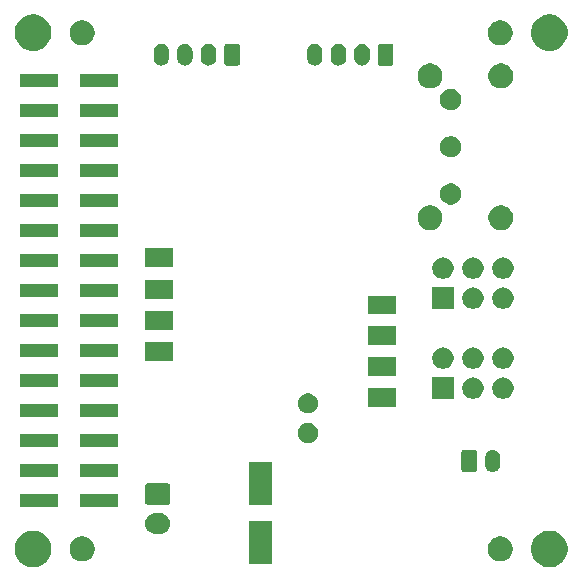
<source format=gbs>
G04 #@! TF.GenerationSoftware,KiCad,Pcbnew,(5.1.5)-3*
G04 #@! TF.CreationDate,2021-11-16T02:10:18+09:00*
G04 #@! TF.ProjectId,m5-pantilt,6d352d70-616e-4746-996c-742e6b696361,1*
G04 #@! TF.SameCoordinates,PX5f5e100PY5f5e100*
G04 #@! TF.FileFunction,Soldermask,Bot*
G04 #@! TF.FilePolarity,Negative*
%FSLAX46Y46*%
G04 Gerber Fmt 4.6, Leading zero omitted, Abs format (unit mm)*
G04 Created by KiCad (PCBNEW (5.1.5)-3) date 2021-11-16 02:10:18*
%MOMM*%
%LPD*%
G04 APERTURE LIST*
%ADD10C,0.152000*%
G04 APERTURE END LIST*
D10*
G36*
X47152585Y4671198D02*
G01*
X47302410Y4641396D01*
X47584674Y4524479D01*
X47838705Y4354741D01*
X48054741Y4138705D01*
X48224479Y3884674D01*
X48341396Y3602410D01*
X48401000Y3302760D01*
X48401000Y2997240D01*
X48341396Y2697590D01*
X48224479Y2415326D01*
X48054741Y2161295D01*
X47838705Y1945259D01*
X47584674Y1775521D01*
X47302410Y1658604D01*
X47152585Y1628802D01*
X47002761Y1599000D01*
X46697239Y1599000D01*
X46547415Y1628802D01*
X46397590Y1658604D01*
X46115326Y1775521D01*
X45861295Y1945259D01*
X45645259Y2161295D01*
X45475521Y2415326D01*
X45358604Y2697590D01*
X45299000Y2997240D01*
X45299000Y3302760D01*
X45358604Y3602410D01*
X45475521Y3884674D01*
X45645259Y4138705D01*
X45861295Y4354741D01*
X46115326Y4524479D01*
X46397590Y4641396D01*
X46547415Y4671198D01*
X46697239Y4701000D01*
X47002761Y4701000D01*
X47152585Y4671198D01*
G37*
G36*
X3452585Y4671198D02*
G01*
X3602410Y4641396D01*
X3884674Y4524479D01*
X4138705Y4354741D01*
X4354741Y4138705D01*
X4524479Y3884674D01*
X4641396Y3602410D01*
X4701000Y3302760D01*
X4701000Y2997240D01*
X4641396Y2697590D01*
X4524479Y2415326D01*
X4354741Y2161295D01*
X4138705Y1945259D01*
X3884674Y1775521D01*
X3602410Y1658604D01*
X3452585Y1628802D01*
X3302761Y1599000D01*
X2997239Y1599000D01*
X2847415Y1628802D01*
X2697590Y1658604D01*
X2415326Y1775521D01*
X2161295Y1945259D01*
X1945259Y2161295D01*
X1775521Y2415326D01*
X1658604Y2697590D01*
X1599000Y2997240D01*
X1599000Y3302760D01*
X1658604Y3602410D01*
X1775521Y3884674D01*
X1945259Y4138705D01*
X2161295Y4354741D01*
X2415326Y4524479D01*
X2697590Y4641396D01*
X2847415Y4671198D01*
X2997239Y4701000D01*
X3302761Y4701000D01*
X3452585Y4671198D01*
G37*
G36*
X23351000Y1899000D02*
G01*
X21449000Y1899000D01*
X21449000Y5501000D01*
X23351000Y5501000D01*
X23351000Y1899000D01*
G37*
G36*
X43006564Y4160611D02*
G01*
X43197833Y4081385D01*
X43197835Y4081384D01*
X43369973Y3966365D01*
X43516365Y3819973D01*
X43631385Y3647833D01*
X43710611Y3456564D01*
X43751000Y3253516D01*
X43751000Y3046484D01*
X43710611Y2843436D01*
X43650200Y2697591D01*
X43631384Y2652165D01*
X43516365Y2480027D01*
X43369973Y2333635D01*
X43197835Y2218616D01*
X43197834Y2218615D01*
X43197833Y2218615D01*
X43006564Y2139389D01*
X42803516Y2099000D01*
X42596484Y2099000D01*
X42393436Y2139389D01*
X42202167Y2218615D01*
X42202166Y2218615D01*
X42202165Y2218616D01*
X42030027Y2333635D01*
X41883635Y2480027D01*
X41768616Y2652165D01*
X41749800Y2697591D01*
X41689389Y2843436D01*
X41649000Y3046484D01*
X41649000Y3253516D01*
X41689389Y3456564D01*
X41768615Y3647833D01*
X41883635Y3819973D01*
X42030027Y3966365D01*
X42202165Y4081384D01*
X42202167Y4081385D01*
X42393436Y4160611D01*
X42596484Y4201000D01*
X42803516Y4201000D01*
X43006564Y4160611D01*
G37*
G36*
X7606564Y4160611D02*
G01*
X7797833Y4081385D01*
X7797835Y4081384D01*
X7969973Y3966365D01*
X8116365Y3819973D01*
X8231385Y3647833D01*
X8310611Y3456564D01*
X8351000Y3253516D01*
X8351000Y3046484D01*
X8310611Y2843436D01*
X8250200Y2697591D01*
X8231384Y2652165D01*
X8116365Y2480027D01*
X7969973Y2333635D01*
X7797835Y2218616D01*
X7797834Y2218615D01*
X7797833Y2218615D01*
X7606564Y2139389D01*
X7403516Y2099000D01*
X7196484Y2099000D01*
X6993436Y2139389D01*
X6802167Y2218615D01*
X6802166Y2218615D01*
X6802165Y2218616D01*
X6630027Y2333635D01*
X6483635Y2480027D01*
X6368616Y2652165D01*
X6349800Y2697591D01*
X6289389Y2843436D01*
X6249000Y3046484D01*
X6249000Y3253516D01*
X6289389Y3456564D01*
X6368615Y3647833D01*
X6483635Y3819973D01*
X6630027Y3966365D01*
X6802165Y4081384D01*
X6802167Y4081385D01*
X6993436Y4160611D01*
X7196484Y4201000D01*
X7403516Y4201000D01*
X7606564Y4160611D01*
G37*
G36*
X13960443Y6194481D02*
G01*
X14026627Y6187963D01*
X14196466Y6136443D01*
X14352991Y6052778D01*
X14388729Y6023448D01*
X14490186Y5940186D01*
X14573448Y5838729D01*
X14602778Y5802991D01*
X14686443Y5646466D01*
X14737963Y5476627D01*
X14755359Y5300000D01*
X14737963Y5123373D01*
X14686443Y4953534D01*
X14602778Y4797009D01*
X14573448Y4761271D01*
X14490186Y4659814D01*
X14388729Y4576552D01*
X14352991Y4547222D01*
X14196466Y4463557D01*
X14026627Y4412037D01*
X13960442Y4405518D01*
X13894260Y4399000D01*
X13505740Y4399000D01*
X13439558Y4405518D01*
X13373373Y4412037D01*
X13203534Y4463557D01*
X13047009Y4547222D01*
X13011271Y4576552D01*
X12909814Y4659814D01*
X12826552Y4761271D01*
X12797222Y4797009D01*
X12713557Y4953534D01*
X12662037Y5123373D01*
X12644641Y5300000D01*
X12662037Y5476627D01*
X12713557Y5646466D01*
X12797222Y5802991D01*
X12826552Y5838729D01*
X12909814Y5940186D01*
X13011271Y6023448D01*
X13047009Y6052778D01*
X13203534Y6136443D01*
X13373373Y6187963D01*
X13439557Y6194481D01*
X13505740Y6201000D01*
X13894260Y6201000D01*
X13960443Y6194481D01*
G37*
G36*
X10351000Y6669000D02*
G01*
X7099000Y6669000D01*
X7099000Y7771000D01*
X10351000Y7771000D01*
X10351000Y6669000D01*
G37*
G36*
X5301000Y6669000D02*
G01*
X2049000Y6669000D01*
X2049000Y7771000D01*
X5301000Y7771000D01*
X5301000Y6669000D01*
G37*
G36*
X14608600Y8697011D02*
G01*
X14641652Y8686985D01*
X14672103Y8670708D01*
X14698799Y8648799D01*
X14720708Y8622103D01*
X14736985Y8591652D01*
X14747011Y8558600D01*
X14751000Y8518097D01*
X14751000Y7081903D01*
X14747011Y7041400D01*
X14736985Y7008348D01*
X14720708Y6977897D01*
X14698799Y6951201D01*
X14672103Y6929292D01*
X14641652Y6913015D01*
X14608600Y6902989D01*
X14568097Y6899000D01*
X12831903Y6899000D01*
X12791400Y6902989D01*
X12758348Y6913015D01*
X12727897Y6929292D01*
X12701201Y6951201D01*
X12679292Y6977897D01*
X12663015Y7008348D01*
X12652989Y7041400D01*
X12649000Y7081903D01*
X12649000Y8518097D01*
X12652989Y8558600D01*
X12663015Y8591652D01*
X12679292Y8622103D01*
X12701201Y8648799D01*
X12727897Y8670708D01*
X12758348Y8686985D01*
X12791400Y8697011D01*
X12831903Y8701000D01*
X14568097Y8701000D01*
X14608600Y8697011D01*
G37*
G36*
X23351000Y6899000D02*
G01*
X21449000Y6899000D01*
X21449000Y10501000D01*
X23351000Y10501000D01*
X23351000Y6899000D01*
G37*
G36*
X10351000Y9209000D02*
G01*
X7099000Y9209000D01*
X7099000Y10311000D01*
X10351000Y10311000D01*
X10351000Y9209000D01*
G37*
G36*
X5301000Y9209000D02*
G01*
X2049000Y9209000D01*
X2049000Y10311000D01*
X5301000Y10311000D01*
X5301000Y9209000D01*
G37*
G36*
X42187617Y11516580D02*
G01*
X42268399Y11492075D01*
X42310335Y11479354D01*
X42423424Y11418906D01*
X42522554Y11337553D01*
X42603906Y11238425D01*
X42664354Y11125336D01*
X42674040Y11093404D01*
X42701580Y11002618D01*
X42711000Y10906973D01*
X42711000Y10293027D01*
X42701580Y10197382D01*
X42674040Y10106596D01*
X42664354Y10074664D01*
X42603906Y9961575D01*
X42522554Y9862446D01*
X42423425Y9781094D01*
X42310336Y9720646D01*
X42278404Y9710960D01*
X42187618Y9683420D01*
X42060000Y9670851D01*
X41932383Y9683420D01*
X41841597Y9710960D01*
X41809665Y9720646D01*
X41696576Y9781094D01*
X41597447Y9862446D01*
X41516096Y9961573D01*
X41516095Y9961575D01*
X41455647Y10074664D01*
X41455645Y10074667D01*
X41443237Y10115573D01*
X41418420Y10197382D01*
X41409000Y10293027D01*
X41409000Y10906972D01*
X41418420Y11002617D01*
X41455645Y11125331D01*
X41455646Y11125335D01*
X41516094Y11238424D01*
X41597447Y11337554D01*
X41696575Y11418906D01*
X41809664Y11479354D01*
X41851600Y11492075D01*
X41932382Y11516580D01*
X42060000Y11529149D01*
X42187617Y11516580D01*
G37*
G36*
X40551242Y11521596D02*
G01*
X40588337Y11510343D01*
X40622515Y11492075D01*
X40652481Y11467481D01*
X40677075Y11437515D01*
X40695343Y11403337D01*
X40706596Y11366242D01*
X40711000Y11321526D01*
X40711000Y9878474D01*
X40706596Y9833758D01*
X40695343Y9796663D01*
X40677075Y9762485D01*
X40652481Y9732519D01*
X40622515Y9707925D01*
X40588337Y9689657D01*
X40551242Y9678404D01*
X40506526Y9674000D01*
X39613474Y9674000D01*
X39568758Y9678404D01*
X39531663Y9689657D01*
X39497485Y9707925D01*
X39467519Y9732519D01*
X39442925Y9762485D01*
X39424657Y9796663D01*
X39413404Y9833758D01*
X39409000Y9878474D01*
X39409000Y11321526D01*
X39413404Y11366242D01*
X39424657Y11403337D01*
X39442925Y11437515D01*
X39467519Y11467481D01*
X39497485Y11492075D01*
X39531663Y11510343D01*
X39568758Y11521596D01*
X39613474Y11526000D01*
X40506526Y11526000D01*
X40551242Y11521596D01*
G37*
G36*
X10351000Y11749000D02*
G01*
X7099000Y11749000D01*
X7099000Y12851000D01*
X10351000Y12851000D01*
X10351000Y11749000D01*
G37*
G36*
X5301000Y11749000D02*
G01*
X2049000Y11749000D01*
X2049000Y12851000D01*
X5301000Y12851000D01*
X5301000Y11749000D01*
G37*
G36*
X26664228Y13786897D02*
G01*
X26819100Y13722747D01*
X26958481Y13629615D01*
X27077015Y13511081D01*
X27170147Y13371700D01*
X27234297Y13216828D01*
X27267000Y13052416D01*
X27267000Y12884784D01*
X27234297Y12720372D01*
X27170147Y12565500D01*
X27077015Y12426119D01*
X26958481Y12307585D01*
X26819100Y12214453D01*
X26664228Y12150303D01*
X26499816Y12117600D01*
X26332184Y12117600D01*
X26167772Y12150303D01*
X26012900Y12214453D01*
X25873519Y12307585D01*
X25754985Y12426119D01*
X25661853Y12565500D01*
X25597703Y12720372D01*
X25565000Y12884784D01*
X25565000Y13052416D01*
X25597703Y13216828D01*
X25661853Y13371700D01*
X25754985Y13511081D01*
X25873519Y13629615D01*
X26012900Y13722747D01*
X26167772Y13786897D01*
X26332184Y13819600D01*
X26499816Y13819600D01*
X26664228Y13786897D01*
G37*
G36*
X5301000Y14289000D02*
G01*
X2049000Y14289000D01*
X2049000Y15391000D01*
X5301000Y15391000D01*
X5301000Y14289000D01*
G37*
G36*
X10351000Y14289000D02*
G01*
X7099000Y14289000D01*
X7099000Y15391000D01*
X10351000Y15391000D01*
X10351000Y14289000D01*
G37*
G36*
X26664228Y16286897D02*
G01*
X26819100Y16222747D01*
X26958481Y16129615D01*
X27077015Y16011081D01*
X27170147Y15871700D01*
X27234297Y15716828D01*
X27267000Y15552416D01*
X27267000Y15384784D01*
X27234297Y15220372D01*
X27170147Y15065500D01*
X27077015Y14926119D01*
X26958481Y14807585D01*
X26819100Y14714453D01*
X26664228Y14650303D01*
X26499816Y14617600D01*
X26332184Y14617600D01*
X26167772Y14650303D01*
X26012900Y14714453D01*
X25873519Y14807585D01*
X25754985Y14926119D01*
X25661853Y15065500D01*
X25597703Y15220372D01*
X25565000Y15384784D01*
X25565000Y15552416D01*
X25597703Y15716828D01*
X25661853Y15871700D01*
X25754985Y16011081D01*
X25873519Y16129615D01*
X26012900Y16222747D01*
X26167772Y16286897D01*
X26332184Y16319600D01*
X26499816Y16319600D01*
X26664228Y16286897D01*
G37*
G36*
X33901000Y15199000D02*
G01*
X31499000Y15199000D01*
X31499000Y16801000D01*
X33901000Y16801000D01*
X33901000Y15199000D01*
G37*
G36*
X38747000Y15863000D02*
G01*
X36945000Y15863000D01*
X36945000Y17665000D01*
X38747000Y17665000D01*
X38747000Y15863000D01*
G37*
G36*
X40499512Y17660073D02*
G01*
X40648812Y17630376D01*
X40812784Y17562456D01*
X40960354Y17463853D01*
X41085853Y17338354D01*
X41184456Y17190784D01*
X41252376Y17026812D01*
X41287000Y16852741D01*
X41287000Y16675259D01*
X41252376Y16501188D01*
X41184456Y16337216D01*
X41085853Y16189646D01*
X40960354Y16064147D01*
X40812784Y15965544D01*
X40648812Y15897624D01*
X40499512Y15867927D01*
X40474742Y15863000D01*
X40297258Y15863000D01*
X40272488Y15867927D01*
X40123188Y15897624D01*
X39959216Y15965544D01*
X39811646Y16064147D01*
X39686147Y16189646D01*
X39587544Y16337216D01*
X39519624Y16501188D01*
X39485000Y16675259D01*
X39485000Y16852741D01*
X39519624Y17026812D01*
X39587544Y17190784D01*
X39686147Y17338354D01*
X39811646Y17463853D01*
X39959216Y17562456D01*
X40123188Y17630376D01*
X40272488Y17660073D01*
X40297258Y17665000D01*
X40474742Y17665000D01*
X40499512Y17660073D01*
G37*
G36*
X43039512Y17660073D02*
G01*
X43188812Y17630376D01*
X43352784Y17562456D01*
X43500354Y17463853D01*
X43625853Y17338354D01*
X43724456Y17190784D01*
X43792376Y17026812D01*
X43827000Y16852741D01*
X43827000Y16675259D01*
X43792376Y16501188D01*
X43724456Y16337216D01*
X43625853Y16189646D01*
X43500354Y16064147D01*
X43352784Y15965544D01*
X43188812Y15897624D01*
X43039512Y15867927D01*
X43014742Y15863000D01*
X42837258Y15863000D01*
X42812488Y15867927D01*
X42663188Y15897624D01*
X42499216Y15965544D01*
X42351646Y16064147D01*
X42226147Y16189646D01*
X42127544Y16337216D01*
X42059624Y16501188D01*
X42025000Y16675259D01*
X42025000Y16852741D01*
X42059624Y17026812D01*
X42127544Y17190784D01*
X42226147Y17338354D01*
X42351646Y17463853D01*
X42499216Y17562456D01*
X42663188Y17630376D01*
X42812488Y17660073D01*
X42837258Y17665000D01*
X43014742Y17665000D01*
X43039512Y17660073D01*
G37*
G36*
X10351000Y16829000D02*
G01*
X7099000Y16829000D01*
X7099000Y17931000D01*
X10351000Y17931000D01*
X10351000Y16829000D01*
G37*
G36*
X5301000Y16829000D02*
G01*
X2049000Y16829000D01*
X2049000Y17931000D01*
X5301000Y17931000D01*
X5301000Y16829000D01*
G37*
G36*
X33901000Y17799000D02*
G01*
X31499000Y17799000D01*
X31499000Y19401000D01*
X33901000Y19401000D01*
X33901000Y17799000D01*
G37*
G36*
X43039512Y20200073D02*
G01*
X43188812Y20170376D01*
X43352784Y20102456D01*
X43500354Y20003853D01*
X43625853Y19878354D01*
X43724456Y19730784D01*
X43792376Y19566812D01*
X43827000Y19392741D01*
X43827000Y19215259D01*
X43792376Y19041188D01*
X43724456Y18877216D01*
X43625853Y18729646D01*
X43500354Y18604147D01*
X43352784Y18505544D01*
X43188812Y18437624D01*
X43039512Y18407927D01*
X43014742Y18403000D01*
X42837258Y18403000D01*
X42812488Y18407927D01*
X42663188Y18437624D01*
X42499216Y18505544D01*
X42351646Y18604147D01*
X42226147Y18729646D01*
X42127544Y18877216D01*
X42059624Y19041188D01*
X42025000Y19215259D01*
X42025000Y19392741D01*
X42059624Y19566812D01*
X42127544Y19730784D01*
X42226147Y19878354D01*
X42351646Y20003853D01*
X42499216Y20102456D01*
X42663188Y20170376D01*
X42812488Y20200073D01*
X42837258Y20205000D01*
X43014742Y20205000D01*
X43039512Y20200073D01*
G37*
G36*
X37959512Y20200073D02*
G01*
X38108812Y20170376D01*
X38272784Y20102456D01*
X38420354Y20003853D01*
X38545853Y19878354D01*
X38644456Y19730784D01*
X38712376Y19566812D01*
X38747000Y19392741D01*
X38747000Y19215259D01*
X38712376Y19041188D01*
X38644456Y18877216D01*
X38545853Y18729646D01*
X38420354Y18604147D01*
X38272784Y18505544D01*
X38108812Y18437624D01*
X37959512Y18407927D01*
X37934742Y18403000D01*
X37757258Y18403000D01*
X37732488Y18407927D01*
X37583188Y18437624D01*
X37419216Y18505544D01*
X37271646Y18604147D01*
X37146147Y18729646D01*
X37047544Y18877216D01*
X36979624Y19041188D01*
X36945000Y19215259D01*
X36945000Y19392741D01*
X36979624Y19566812D01*
X37047544Y19730784D01*
X37146147Y19878354D01*
X37271646Y20003853D01*
X37419216Y20102456D01*
X37583188Y20170376D01*
X37732488Y20200073D01*
X37757258Y20205000D01*
X37934742Y20205000D01*
X37959512Y20200073D01*
G37*
G36*
X40499512Y20200073D02*
G01*
X40648812Y20170376D01*
X40812784Y20102456D01*
X40960354Y20003853D01*
X41085853Y19878354D01*
X41184456Y19730784D01*
X41252376Y19566812D01*
X41287000Y19392741D01*
X41287000Y19215259D01*
X41252376Y19041188D01*
X41184456Y18877216D01*
X41085853Y18729646D01*
X40960354Y18604147D01*
X40812784Y18505544D01*
X40648812Y18437624D01*
X40499512Y18407927D01*
X40474742Y18403000D01*
X40297258Y18403000D01*
X40272488Y18407927D01*
X40123188Y18437624D01*
X39959216Y18505544D01*
X39811646Y18604147D01*
X39686147Y18729646D01*
X39587544Y18877216D01*
X39519624Y19041188D01*
X39485000Y19215259D01*
X39485000Y19392741D01*
X39519624Y19566812D01*
X39587544Y19730784D01*
X39686147Y19878354D01*
X39811646Y20003853D01*
X39959216Y20102456D01*
X40123188Y20170376D01*
X40272488Y20200073D01*
X40297258Y20205000D01*
X40474742Y20205000D01*
X40499512Y20200073D01*
G37*
G36*
X15001000Y19099000D02*
G01*
X12599000Y19099000D01*
X12599000Y20701000D01*
X15001000Y20701000D01*
X15001000Y19099000D01*
G37*
G36*
X10351000Y19369000D02*
G01*
X7099000Y19369000D01*
X7099000Y20471000D01*
X10351000Y20471000D01*
X10351000Y19369000D01*
G37*
G36*
X5301000Y19369000D02*
G01*
X2049000Y19369000D01*
X2049000Y20471000D01*
X5301000Y20471000D01*
X5301000Y19369000D01*
G37*
G36*
X33901000Y20399000D02*
G01*
X31499000Y20399000D01*
X31499000Y22001000D01*
X33901000Y22001000D01*
X33901000Y20399000D01*
G37*
G36*
X15001000Y21699000D02*
G01*
X12599000Y21699000D01*
X12599000Y23301000D01*
X15001000Y23301000D01*
X15001000Y21699000D01*
G37*
G36*
X5301000Y21909000D02*
G01*
X2049000Y21909000D01*
X2049000Y23011000D01*
X5301000Y23011000D01*
X5301000Y21909000D01*
G37*
G36*
X10351000Y21909000D02*
G01*
X7099000Y21909000D01*
X7099000Y23011000D01*
X10351000Y23011000D01*
X10351000Y21909000D01*
G37*
G36*
X33901000Y22999000D02*
G01*
X31499000Y22999000D01*
X31499000Y24601000D01*
X33901000Y24601000D01*
X33901000Y22999000D01*
G37*
G36*
X43039512Y25280073D02*
G01*
X43188812Y25250376D01*
X43352784Y25182456D01*
X43500354Y25083853D01*
X43625853Y24958354D01*
X43724456Y24810784D01*
X43792376Y24646812D01*
X43827000Y24472741D01*
X43827000Y24295259D01*
X43792376Y24121188D01*
X43724456Y23957216D01*
X43625853Y23809646D01*
X43500354Y23684147D01*
X43352784Y23585544D01*
X43188812Y23517624D01*
X43039512Y23487927D01*
X43014742Y23483000D01*
X42837258Y23483000D01*
X42812488Y23487927D01*
X42663188Y23517624D01*
X42499216Y23585544D01*
X42351646Y23684147D01*
X42226147Y23809646D01*
X42127544Y23957216D01*
X42059624Y24121188D01*
X42025000Y24295259D01*
X42025000Y24472741D01*
X42059624Y24646812D01*
X42127544Y24810784D01*
X42226147Y24958354D01*
X42351646Y25083853D01*
X42499216Y25182456D01*
X42663188Y25250376D01*
X42812488Y25280073D01*
X42837258Y25285000D01*
X43014742Y25285000D01*
X43039512Y25280073D01*
G37*
G36*
X40499512Y25280073D02*
G01*
X40648812Y25250376D01*
X40812784Y25182456D01*
X40960354Y25083853D01*
X41085853Y24958354D01*
X41184456Y24810784D01*
X41252376Y24646812D01*
X41287000Y24472741D01*
X41287000Y24295259D01*
X41252376Y24121188D01*
X41184456Y23957216D01*
X41085853Y23809646D01*
X40960354Y23684147D01*
X40812784Y23585544D01*
X40648812Y23517624D01*
X40499512Y23487927D01*
X40474742Y23483000D01*
X40297258Y23483000D01*
X40272488Y23487927D01*
X40123188Y23517624D01*
X39959216Y23585544D01*
X39811646Y23684147D01*
X39686147Y23809646D01*
X39587544Y23957216D01*
X39519624Y24121188D01*
X39485000Y24295259D01*
X39485000Y24472741D01*
X39519624Y24646812D01*
X39587544Y24810784D01*
X39686147Y24958354D01*
X39811646Y25083853D01*
X39959216Y25182456D01*
X40123188Y25250376D01*
X40272488Y25280073D01*
X40297258Y25285000D01*
X40474742Y25285000D01*
X40499512Y25280073D01*
G37*
G36*
X38747000Y23483000D02*
G01*
X36945000Y23483000D01*
X36945000Y25285000D01*
X38747000Y25285000D01*
X38747000Y23483000D01*
G37*
G36*
X15001000Y24299000D02*
G01*
X12599000Y24299000D01*
X12599000Y25901000D01*
X15001000Y25901000D01*
X15001000Y24299000D01*
G37*
G36*
X10351000Y24449000D02*
G01*
X7099000Y24449000D01*
X7099000Y25551000D01*
X10351000Y25551000D01*
X10351000Y24449000D01*
G37*
G36*
X5301000Y24449000D02*
G01*
X2049000Y24449000D01*
X2049000Y25551000D01*
X5301000Y25551000D01*
X5301000Y24449000D01*
G37*
G36*
X37959512Y27820073D02*
G01*
X38108812Y27790376D01*
X38272784Y27722456D01*
X38420354Y27623853D01*
X38545853Y27498354D01*
X38644456Y27350784D01*
X38712376Y27186812D01*
X38747000Y27012741D01*
X38747000Y26835259D01*
X38712376Y26661188D01*
X38644456Y26497216D01*
X38545853Y26349646D01*
X38420354Y26224147D01*
X38272784Y26125544D01*
X38108812Y26057624D01*
X37959512Y26027927D01*
X37934742Y26023000D01*
X37757258Y26023000D01*
X37732488Y26027927D01*
X37583188Y26057624D01*
X37419216Y26125544D01*
X37271646Y26224147D01*
X37146147Y26349646D01*
X37047544Y26497216D01*
X36979624Y26661188D01*
X36945000Y26835259D01*
X36945000Y27012741D01*
X36979624Y27186812D01*
X37047544Y27350784D01*
X37146147Y27498354D01*
X37271646Y27623853D01*
X37419216Y27722456D01*
X37583188Y27790376D01*
X37732488Y27820073D01*
X37757258Y27825000D01*
X37934742Y27825000D01*
X37959512Y27820073D01*
G37*
G36*
X43039512Y27820073D02*
G01*
X43188812Y27790376D01*
X43352784Y27722456D01*
X43500354Y27623853D01*
X43625853Y27498354D01*
X43724456Y27350784D01*
X43792376Y27186812D01*
X43827000Y27012741D01*
X43827000Y26835259D01*
X43792376Y26661188D01*
X43724456Y26497216D01*
X43625853Y26349646D01*
X43500354Y26224147D01*
X43352784Y26125544D01*
X43188812Y26057624D01*
X43039512Y26027927D01*
X43014742Y26023000D01*
X42837258Y26023000D01*
X42812488Y26027927D01*
X42663188Y26057624D01*
X42499216Y26125544D01*
X42351646Y26224147D01*
X42226147Y26349646D01*
X42127544Y26497216D01*
X42059624Y26661188D01*
X42025000Y26835259D01*
X42025000Y27012741D01*
X42059624Y27186812D01*
X42127544Y27350784D01*
X42226147Y27498354D01*
X42351646Y27623853D01*
X42499216Y27722456D01*
X42663188Y27790376D01*
X42812488Y27820073D01*
X42837258Y27825000D01*
X43014742Y27825000D01*
X43039512Y27820073D01*
G37*
G36*
X40499512Y27820073D02*
G01*
X40648812Y27790376D01*
X40812784Y27722456D01*
X40960354Y27623853D01*
X41085853Y27498354D01*
X41184456Y27350784D01*
X41252376Y27186812D01*
X41287000Y27012741D01*
X41287000Y26835259D01*
X41252376Y26661188D01*
X41184456Y26497216D01*
X41085853Y26349646D01*
X40960354Y26224147D01*
X40812784Y26125544D01*
X40648812Y26057624D01*
X40499512Y26027927D01*
X40474742Y26023000D01*
X40297258Y26023000D01*
X40272488Y26027927D01*
X40123188Y26057624D01*
X39959216Y26125544D01*
X39811646Y26224147D01*
X39686147Y26349646D01*
X39587544Y26497216D01*
X39519624Y26661188D01*
X39485000Y26835259D01*
X39485000Y27012741D01*
X39519624Y27186812D01*
X39587544Y27350784D01*
X39686147Y27498354D01*
X39811646Y27623853D01*
X39959216Y27722456D01*
X40123188Y27790376D01*
X40272488Y27820073D01*
X40297258Y27825000D01*
X40474742Y27825000D01*
X40499512Y27820073D01*
G37*
G36*
X10351000Y26989000D02*
G01*
X7099000Y26989000D01*
X7099000Y28091000D01*
X10351000Y28091000D01*
X10351000Y26989000D01*
G37*
G36*
X5301000Y26989000D02*
G01*
X2049000Y26989000D01*
X2049000Y28091000D01*
X5301000Y28091000D01*
X5301000Y26989000D01*
G37*
G36*
X15001000Y26999000D02*
G01*
X12599000Y26999000D01*
X12599000Y28601000D01*
X15001000Y28601000D01*
X15001000Y26999000D01*
G37*
G36*
X5301000Y29529000D02*
G01*
X2049000Y29529000D01*
X2049000Y30631000D01*
X5301000Y30631000D01*
X5301000Y29529000D01*
G37*
G36*
X10351000Y29529000D02*
G01*
X7099000Y29529000D01*
X7099000Y30631000D01*
X10351000Y30631000D01*
X10351000Y29529000D01*
G37*
G36*
X37056564Y32210611D02*
G01*
X37247833Y32131385D01*
X37247835Y32131384D01*
X37341199Y32069000D01*
X37419973Y32016365D01*
X37566365Y31869973D01*
X37681385Y31697833D01*
X37760611Y31506564D01*
X37801000Y31303516D01*
X37801000Y31096484D01*
X37760611Y30893436D01*
X37681385Y30702167D01*
X37681384Y30702165D01*
X37566365Y30530027D01*
X37419973Y30383635D01*
X37247835Y30268616D01*
X37247834Y30268615D01*
X37247833Y30268615D01*
X37056564Y30189389D01*
X36853516Y30149000D01*
X36646484Y30149000D01*
X36443436Y30189389D01*
X36252167Y30268615D01*
X36252166Y30268615D01*
X36252165Y30268616D01*
X36080027Y30383635D01*
X35933635Y30530027D01*
X35818616Y30702165D01*
X35818615Y30702167D01*
X35739389Y30893436D01*
X35699000Y31096484D01*
X35699000Y31303516D01*
X35739389Y31506564D01*
X35818615Y31697833D01*
X35933635Y31869973D01*
X36080027Y32016365D01*
X36158801Y32069000D01*
X36252165Y32131384D01*
X36252167Y32131385D01*
X36443436Y32210611D01*
X36646484Y32251000D01*
X36853516Y32251000D01*
X37056564Y32210611D01*
G37*
G36*
X43056564Y32210611D02*
G01*
X43247833Y32131385D01*
X43247835Y32131384D01*
X43341199Y32069000D01*
X43419973Y32016365D01*
X43566365Y31869973D01*
X43681385Y31697833D01*
X43760611Y31506564D01*
X43801000Y31303516D01*
X43801000Y31096484D01*
X43760611Y30893436D01*
X43681385Y30702167D01*
X43681384Y30702165D01*
X43566365Y30530027D01*
X43419973Y30383635D01*
X43247835Y30268616D01*
X43247834Y30268615D01*
X43247833Y30268615D01*
X43056564Y30189389D01*
X42853516Y30149000D01*
X42646484Y30149000D01*
X42443436Y30189389D01*
X42252167Y30268615D01*
X42252166Y30268615D01*
X42252165Y30268616D01*
X42080027Y30383635D01*
X41933635Y30530027D01*
X41818616Y30702165D01*
X41818615Y30702167D01*
X41739389Y30893436D01*
X41699000Y31096484D01*
X41699000Y31303516D01*
X41739389Y31506564D01*
X41818615Y31697833D01*
X41933635Y31869973D01*
X42080027Y32016365D01*
X42158801Y32069000D01*
X42252165Y32131384D01*
X42252167Y32131385D01*
X42443436Y32210611D01*
X42646484Y32251000D01*
X42853516Y32251000D01*
X43056564Y32210611D01*
G37*
G36*
X5301000Y32069000D02*
G01*
X2049000Y32069000D01*
X2049000Y33171000D01*
X5301000Y33171000D01*
X5301000Y32069000D01*
G37*
G36*
X10351000Y32069000D02*
G01*
X7099000Y32069000D01*
X7099000Y33171000D01*
X10351000Y33171000D01*
X10351000Y32069000D01*
G37*
G36*
X38613512Y34096073D02*
G01*
X38762812Y34066376D01*
X38926784Y33998456D01*
X39074354Y33899853D01*
X39199853Y33774354D01*
X39298456Y33626784D01*
X39366376Y33462812D01*
X39401000Y33288741D01*
X39401000Y33111259D01*
X39366376Y32937188D01*
X39298456Y32773216D01*
X39199853Y32625646D01*
X39074354Y32500147D01*
X38926784Y32401544D01*
X38762812Y32333624D01*
X38613512Y32303927D01*
X38588742Y32299000D01*
X38411258Y32299000D01*
X38386488Y32303927D01*
X38237188Y32333624D01*
X38073216Y32401544D01*
X37925646Y32500147D01*
X37800147Y32625646D01*
X37701544Y32773216D01*
X37633624Y32937188D01*
X37599000Y33111259D01*
X37599000Y33288741D01*
X37633624Y33462812D01*
X37701544Y33626784D01*
X37800147Y33774354D01*
X37925646Y33899853D01*
X38073216Y33998456D01*
X38237188Y34066376D01*
X38386488Y34096073D01*
X38411258Y34101000D01*
X38588742Y34101000D01*
X38613512Y34096073D01*
G37*
G36*
X5301000Y34609000D02*
G01*
X2049000Y34609000D01*
X2049000Y35711000D01*
X5301000Y35711000D01*
X5301000Y34609000D01*
G37*
G36*
X10351000Y34609000D02*
G01*
X7099000Y34609000D01*
X7099000Y35711000D01*
X10351000Y35711000D01*
X10351000Y34609000D01*
G37*
G36*
X38613512Y38096073D02*
G01*
X38762812Y38066376D01*
X38926784Y37998456D01*
X39074354Y37899853D01*
X39199853Y37774354D01*
X39298456Y37626784D01*
X39366376Y37462812D01*
X39401000Y37288741D01*
X39401000Y37111259D01*
X39366376Y36937188D01*
X39298456Y36773216D01*
X39199853Y36625646D01*
X39074354Y36500147D01*
X38926784Y36401544D01*
X38762812Y36333624D01*
X38613512Y36303927D01*
X38588742Y36299000D01*
X38411258Y36299000D01*
X38386488Y36303927D01*
X38237188Y36333624D01*
X38073216Y36401544D01*
X37925646Y36500147D01*
X37800147Y36625646D01*
X37701544Y36773216D01*
X37633624Y36937188D01*
X37599000Y37111259D01*
X37599000Y37288741D01*
X37633624Y37462812D01*
X37701544Y37626784D01*
X37800147Y37774354D01*
X37925646Y37899853D01*
X38073216Y37998456D01*
X38237188Y38066376D01*
X38386488Y38096073D01*
X38411258Y38101000D01*
X38588742Y38101000D01*
X38613512Y38096073D01*
G37*
G36*
X5301000Y37149000D02*
G01*
X2049000Y37149000D01*
X2049000Y38251000D01*
X5301000Y38251000D01*
X5301000Y37149000D01*
G37*
G36*
X10351000Y37149000D02*
G01*
X7099000Y37149000D01*
X7099000Y38251000D01*
X10351000Y38251000D01*
X10351000Y37149000D01*
G37*
G36*
X5301000Y39689000D02*
G01*
X2049000Y39689000D01*
X2049000Y40791000D01*
X5301000Y40791000D01*
X5301000Y39689000D01*
G37*
G36*
X10351000Y39689000D02*
G01*
X7099000Y39689000D01*
X7099000Y40791000D01*
X10351000Y40791000D01*
X10351000Y39689000D01*
G37*
G36*
X38613512Y42096073D02*
G01*
X38762812Y42066376D01*
X38926784Y41998456D01*
X39074354Y41899853D01*
X39199853Y41774354D01*
X39298456Y41626784D01*
X39366376Y41462812D01*
X39401000Y41288741D01*
X39401000Y41111259D01*
X39366376Y40937188D01*
X39298456Y40773216D01*
X39199853Y40625646D01*
X39074354Y40500147D01*
X38926784Y40401544D01*
X38762812Y40333624D01*
X38613512Y40303927D01*
X38588742Y40299000D01*
X38411258Y40299000D01*
X38386488Y40303927D01*
X38237188Y40333624D01*
X38073216Y40401544D01*
X37925646Y40500147D01*
X37800147Y40625646D01*
X37701544Y40773216D01*
X37633624Y40937188D01*
X37599000Y41111259D01*
X37599000Y41288741D01*
X37633624Y41462812D01*
X37701544Y41626784D01*
X37800147Y41774354D01*
X37925646Y41899853D01*
X38073216Y41998456D01*
X38237188Y42066376D01*
X38386488Y42096073D01*
X38411258Y42101000D01*
X38588742Y42101000D01*
X38613512Y42096073D01*
G37*
G36*
X43056564Y44210611D02*
G01*
X43194570Y44153447D01*
X43247835Y44131384D01*
X43302814Y44094648D01*
X43419973Y44016365D01*
X43566365Y43869973D01*
X43681385Y43697833D01*
X43760611Y43506564D01*
X43801000Y43303516D01*
X43801000Y43096484D01*
X43760611Y42893436D01*
X43681385Y42702167D01*
X43681384Y42702165D01*
X43566365Y42530027D01*
X43419973Y42383635D01*
X43247835Y42268616D01*
X43247834Y42268615D01*
X43247833Y42268615D01*
X43056564Y42189389D01*
X42853516Y42149000D01*
X42646484Y42149000D01*
X42443436Y42189389D01*
X42252167Y42268615D01*
X42252166Y42268615D01*
X42252165Y42268616D01*
X42080027Y42383635D01*
X41933635Y42530027D01*
X41818616Y42702165D01*
X41818615Y42702167D01*
X41739389Y42893436D01*
X41699000Y43096484D01*
X41699000Y43303516D01*
X41739389Y43506564D01*
X41818615Y43697833D01*
X41933635Y43869973D01*
X42080027Y44016365D01*
X42197186Y44094648D01*
X42252165Y44131384D01*
X42305430Y44153447D01*
X42443436Y44210611D01*
X42646484Y44251000D01*
X42853516Y44251000D01*
X43056564Y44210611D01*
G37*
G36*
X37056564Y44210611D02*
G01*
X37194570Y44153447D01*
X37247835Y44131384D01*
X37302814Y44094648D01*
X37419973Y44016365D01*
X37566365Y43869973D01*
X37681385Y43697833D01*
X37760611Y43506564D01*
X37801000Y43303516D01*
X37801000Y43096484D01*
X37760611Y42893436D01*
X37681385Y42702167D01*
X37681384Y42702165D01*
X37566365Y42530027D01*
X37419973Y42383635D01*
X37247835Y42268616D01*
X37247834Y42268615D01*
X37247833Y42268615D01*
X37056564Y42189389D01*
X36853516Y42149000D01*
X36646484Y42149000D01*
X36443436Y42189389D01*
X36252167Y42268615D01*
X36252166Y42268615D01*
X36252165Y42268616D01*
X36080027Y42383635D01*
X35933635Y42530027D01*
X35818616Y42702165D01*
X35818615Y42702167D01*
X35739389Y42893436D01*
X35699000Y43096484D01*
X35699000Y43303516D01*
X35739389Y43506564D01*
X35818615Y43697833D01*
X35933635Y43869973D01*
X36080027Y44016365D01*
X36197186Y44094648D01*
X36252165Y44131384D01*
X36305430Y44153447D01*
X36443436Y44210611D01*
X36646484Y44251000D01*
X36853516Y44251000D01*
X37056564Y44210611D01*
G37*
G36*
X5301000Y42229000D02*
G01*
X2049000Y42229000D01*
X2049000Y43331000D01*
X5301000Y43331000D01*
X5301000Y42229000D01*
G37*
G36*
X10351000Y42229000D02*
G01*
X7099000Y42229000D01*
X7099000Y43331000D01*
X10351000Y43331000D01*
X10351000Y42229000D01*
G37*
G36*
X27127618Y45916580D02*
G01*
X27208400Y45892075D01*
X27250336Y45879354D01*
X27363425Y45818906D01*
X27462554Y45737554D01*
X27543906Y45638425D01*
X27604354Y45525336D01*
X27604355Y45525332D01*
X27641580Y45402618D01*
X27651000Y45306973D01*
X27651000Y44693027D01*
X27641580Y44597382D01*
X27614040Y44506596D01*
X27604354Y44474664D01*
X27543906Y44361575D01*
X27462554Y44262447D01*
X27363424Y44181094D01*
X27250335Y44120646D01*
X27218403Y44110960D01*
X27127617Y44083420D01*
X27000000Y44070851D01*
X26872382Y44083420D01*
X26781596Y44110960D01*
X26749664Y44120646D01*
X26636575Y44181094D01*
X26537447Y44262446D01*
X26456094Y44361576D01*
X26395646Y44474665D01*
X26385960Y44506597D01*
X26358420Y44597383D01*
X26349000Y44693028D01*
X26349000Y45306973D01*
X26358420Y45402618D01*
X26395645Y45525332D01*
X26395645Y45525333D01*
X26427957Y45585783D01*
X26456095Y45638426D01*
X26469493Y45654751D01*
X26537447Y45737554D01*
X26636576Y45818906D01*
X26749665Y45879354D01*
X26791601Y45892075D01*
X26872383Y45916580D01*
X27000000Y45929149D01*
X27127618Y45916580D01*
G37*
G36*
X14127618Y45916580D02*
G01*
X14208400Y45892075D01*
X14250336Y45879354D01*
X14363425Y45818906D01*
X14462554Y45737554D01*
X14543906Y45638425D01*
X14604354Y45525336D01*
X14604355Y45525332D01*
X14641580Y45402618D01*
X14651000Y45306973D01*
X14651000Y44693027D01*
X14641580Y44597382D01*
X14614040Y44506596D01*
X14604354Y44474664D01*
X14543906Y44361575D01*
X14462554Y44262447D01*
X14363424Y44181094D01*
X14250335Y44120646D01*
X14218403Y44110960D01*
X14127617Y44083420D01*
X14000000Y44070851D01*
X13872382Y44083420D01*
X13781596Y44110960D01*
X13749664Y44120646D01*
X13636575Y44181094D01*
X13537447Y44262446D01*
X13456094Y44361576D01*
X13395646Y44474665D01*
X13385960Y44506597D01*
X13358420Y44597383D01*
X13349000Y44693028D01*
X13349000Y45306973D01*
X13358420Y45402618D01*
X13395645Y45525332D01*
X13395645Y45525333D01*
X13427957Y45585783D01*
X13456095Y45638426D01*
X13469493Y45654751D01*
X13537447Y45737554D01*
X13636576Y45818906D01*
X13749665Y45879354D01*
X13791601Y45892075D01*
X13872383Y45916580D01*
X14000000Y45929149D01*
X14127618Y45916580D01*
G37*
G36*
X18127618Y45916580D02*
G01*
X18208400Y45892075D01*
X18250336Y45879354D01*
X18363425Y45818906D01*
X18462554Y45737554D01*
X18543906Y45638425D01*
X18604354Y45525336D01*
X18604355Y45525332D01*
X18641580Y45402618D01*
X18651000Y45306973D01*
X18651000Y44693027D01*
X18641580Y44597382D01*
X18614040Y44506596D01*
X18604354Y44474664D01*
X18543906Y44361575D01*
X18462554Y44262447D01*
X18363424Y44181094D01*
X18250335Y44120646D01*
X18218403Y44110960D01*
X18127617Y44083420D01*
X18000000Y44070851D01*
X17872382Y44083420D01*
X17781596Y44110960D01*
X17749664Y44120646D01*
X17636575Y44181094D01*
X17537447Y44262446D01*
X17456094Y44361576D01*
X17395646Y44474665D01*
X17385960Y44506597D01*
X17358420Y44597383D01*
X17349000Y44693028D01*
X17349000Y45306973D01*
X17358420Y45402618D01*
X17395645Y45525332D01*
X17395645Y45525333D01*
X17427957Y45585783D01*
X17456095Y45638426D01*
X17469493Y45654751D01*
X17537447Y45737554D01*
X17636576Y45818906D01*
X17749665Y45879354D01*
X17791601Y45892075D01*
X17872383Y45916580D01*
X18000000Y45929149D01*
X18127618Y45916580D01*
G37*
G36*
X16127618Y45916580D02*
G01*
X16208400Y45892075D01*
X16250336Y45879354D01*
X16363425Y45818906D01*
X16462554Y45737554D01*
X16543906Y45638425D01*
X16604354Y45525336D01*
X16604355Y45525332D01*
X16641580Y45402618D01*
X16651000Y45306973D01*
X16651000Y44693027D01*
X16641580Y44597382D01*
X16614040Y44506596D01*
X16604354Y44474664D01*
X16543906Y44361575D01*
X16462554Y44262447D01*
X16363424Y44181094D01*
X16250335Y44120646D01*
X16218403Y44110960D01*
X16127617Y44083420D01*
X16000000Y44070851D01*
X15872382Y44083420D01*
X15781596Y44110960D01*
X15749664Y44120646D01*
X15636575Y44181094D01*
X15537447Y44262446D01*
X15456094Y44361576D01*
X15395646Y44474665D01*
X15385960Y44506597D01*
X15358420Y44597383D01*
X15349000Y44693028D01*
X15349000Y45306973D01*
X15358420Y45402618D01*
X15395645Y45525332D01*
X15395645Y45525333D01*
X15427957Y45585783D01*
X15456095Y45638426D01*
X15469493Y45654751D01*
X15537447Y45737554D01*
X15636576Y45818906D01*
X15749665Y45879354D01*
X15791601Y45892075D01*
X15872383Y45916580D01*
X16000000Y45929149D01*
X16127618Y45916580D01*
G37*
G36*
X29127618Y45916580D02*
G01*
X29208400Y45892075D01*
X29250336Y45879354D01*
X29363425Y45818906D01*
X29462554Y45737554D01*
X29543906Y45638425D01*
X29604354Y45525336D01*
X29604355Y45525332D01*
X29641580Y45402618D01*
X29651000Y45306973D01*
X29651000Y44693027D01*
X29641580Y44597382D01*
X29614040Y44506596D01*
X29604354Y44474664D01*
X29543906Y44361575D01*
X29462554Y44262447D01*
X29363424Y44181094D01*
X29250335Y44120646D01*
X29218403Y44110960D01*
X29127617Y44083420D01*
X29000000Y44070851D01*
X28872382Y44083420D01*
X28781596Y44110960D01*
X28749664Y44120646D01*
X28636575Y44181094D01*
X28537447Y44262446D01*
X28456094Y44361576D01*
X28395646Y44474665D01*
X28385960Y44506597D01*
X28358420Y44597383D01*
X28349000Y44693028D01*
X28349000Y45306973D01*
X28358420Y45402618D01*
X28395645Y45525332D01*
X28395645Y45525333D01*
X28427957Y45585783D01*
X28456095Y45638426D01*
X28469493Y45654751D01*
X28537447Y45737554D01*
X28636576Y45818906D01*
X28749665Y45879354D01*
X28791601Y45892075D01*
X28872383Y45916580D01*
X29000000Y45929149D01*
X29127618Y45916580D01*
G37*
G36*
X31127618Y45916580D02*
G01*
X31208400Y45892075D01*
X31250336Y45879354D01*
X31363425Y45818906D01*
X31462554Y45737554D01*
X31543906Y45638425D01*
X31604354Y45525336D01*
X31604355Y45525332D01*
X31641580Y45402618D01*
X31651000Y45306973D01*
X31651000Y44693027D01*
X31641580Y44597382D01*
X31614040Y44506596D01*
X31604354Y44474664D01*
X31543906Y44361575D01*
X31462554Y44262447D01*
X31363424Y44181094D01*
X31250335Y44120646D01*
X31218403Y44110960D01*
X31127617Y44083420D01*
X31000000Y44070851D01*
X30872382Y44083420D01*
X30781596Y44110960D01*
X30749664Y44120646D01*
X30636575Y44181094D01*
X30537447Y44262446D01*
X30456094Y44361576D01*
X30395646Y44474665D01*
X30385960Y44506597D01*
X30358420Y44597383D01*
X30349000Y44693028D01*
X30349000Y45306973D01*
X30358420Y45402618D01*
X30395645Y45525332D01*
X30395645Y45525333D01*
X30427957Y45585783D01*
X30456095Y45638426D01*
X30469493Y45654751D01*
X30537447Y45737554D01*
X30636576Y45818906D01*
X30749665Y45879354D01*
X30791601Y45892075D01*
X30872383Y45916580D01*
X31000000Y45929149D01*
X31127618Y45916580D01*
G37*
G36*
X20491242Y45921596D02*
G01*
X20528337Y45910343D01*
X20562515Y45892075D01*
X20592481Y45867481D01*
X20617075Y45837515D01*
X20635343Y45803337D01*
X20646596Y45766242D01*
X20651000Y45721526D01*
X20651000Y44278474D01*
X20646596Y44233758D01*
X20635343Y44196663D01*
X20617075Y44162485D01*
X20592481Y44132519D01*
X20562515Y44107925D01*
X20528337Y44089657D01*
X20491242Y44078404D01*
X20446526Y44074000D01*
X19553474Y44074000D01*
X19508758Y44078404D01*
X19471663Y44089657D01*
X19437485Y44107925D01*
X19407519Y44132519D01*
X19382925Y44162485D01*
X19364657Y44196663D01*
X19353404Y44233758D01*
X19349000Y44278474D01*
X19349000Y45721526D01*
X19353404Y45766242D01*
X19364657Y45803337D01*
X19382925Y45837515D01*
X19407519Y45867481D01*
X19437485Y45892075D01*
X19471663Y45910343D01*
X19508758Y45921596D01*
X19553474Y45926000D01*
X20446526Y45926000D01*
X20491242Y45921596D01*
G37*
G36*
X33491242Y45921596D02*
G01*
X33528337Y45910343D01*
X33562515Y45892075D01*
X33592481Y45867481D01*
X33617075Y45837515D01*
X33635343Y45803337D01*
X33646596Y45766242D01*
X33651000Y45721526D01*
X33651000Y44278474D01*
X33646596Y44233758D01*
X33635343Y44196663D01*
X33617075Y44162485D01*
X33592481Y44132519D01*
X33562515Y44107925D01*
X33528337Y44089657D01*
X33491242Y44078404D01*
X33446526Y44074000D01*
X32553474Y44074000D01*
X32508758Y44078404D01*
X32471663Y44089657D01*
X32437485Y44107925D01*
X32407519Y44132519D01*
X32382925Y44162485D01*
X32364657Y44196663D01*
X32353404Y44233758D01*
X32349000Y44278474D01*
X32349000Y45721526D01*
X32353404Y45766242D01*
X32364657Y45803337D01*
X32382925Y45837515D01*
X32407519Y45867481D01*
X32437485Y45892075D01*
X32471663Y45910343D01*
X32508758Y45921596D01*
X32553474Y45926000D01*
X33446526Y45926000D01*
X33491242Y45921596D01*
G37*
G36*
X47152585Y48371198D02*
G01*
X47302410Y48341396D01*
X47584674Y48224479D01*
X47838705Y48054741D01*
X48054741Y47838705D01*
X48224479Y47584674D01*
X48341396Y47302410D01*
X48401000Y47002760D01*
X48401000Y46697240D01*
X48341396Y46397590D01*
X48224479Y46115326D01*
X48054741Y45861295D01*
X47838705Y45645259D01*
X47584674Y45475521D01*
X47302410Y45358604D01*
X47152585Y45328802D01*
X47002761Y45299000D01*
X46697239Y45299000D01*
X46547415Y45328802D01*
X46397590Y45358604D01*
X46115326Y45475521D01*
X45861295Y45645259D01*
X45645259Y45861295D01*
X45475521Y46115326D01*
X45358604Y46397590D01*
X45299000Y46697240D01*
X45299000Y47002760D01*
X45358604Y47302410D01*
X45475521Y47584674D01*
X45645259Y47838705D01*
X45861295Y48054741D01*
X46115326Y48224479D01*
X46397590Y48341396D01*
X46547415Y48371198D01*
X46697239Y48401000D01*
X47002761Y48401000D01*
X47152585Y48371198D01*
G37*
G36*
X3452585Y48371198D02*
G01*
X3602410Y48341396D01*
X3884674Y48224479D01*
X4138705Y48054741D01*
X4354741Y47838705D01*
X4524479Y47584674D01*
X4641396Y47302410D01*
X4701000Y47002760D01*
X4701000Y46697240D01*
X4641396Y46397590D01*
X4524479Y46115326D01*
X4354741Y45861295D01*
X4138705Y45645259D01*
X3884674Y45475521D01*
X3602410Y45358604D01*
X3452585Y45328802D01*
X3302761Y45299000D01*
X2997239Y45299000D01*
X2847415Y45328802D01*
X2697590Y45358604D01*
X2415326Y45475521D01*
X2161295Y45645259D01*
X1945259Y45861295D01*
X1775521Y46115326D01*
X1658604Y46397590D01*
X1599000Y46697240D01*
X1599000Y47002760D01*
X1658604Y47302410D01*
X1775521Y47584674D01*
X1945259Y47838705D01*
X2161295Y48054741D01*
X2415326Y48224479D01*
X2697590Y48341396D01*
X2847415Y48371198D01*
X2997239Y48401000D01*
X3302761Y48401000D01*
X3452585Y48371198D01*
G37*
G36*
X43006564Y47860611D02*
G01*
X43197833Y47781385D01*
X43197835Y47781384D01*
X43369973Y47666365D01*
X43516365Y47519973D01*
X43631385Y47347833D01*
X43710611Y47156564D01*
X43751000Y46953516D01*
X43751000Y46746484D01*
X43710611Y46543436D01*
X43650200Y46397591D01*
X43631384Y46352165D01*
X43516365Y46180027D01*
X43369973Y46033635D01*
X43197835Y45918616D01*
X43197834Y45918615D01*
X43197833Y45918615D01*
X43006564Y45839389D01*
X42803516Y45799000D01*
X42596484Y45799000D01*
X42393436Y45839389D01*
X42202167Y45918615D01*
X42202166Y45918615D01*
X42202165Y45918616D01*
X42030027Y46033635D01*
X41883635Y46180027D01*
X41768616Y46352165D01*
X41749800Y46397591D01*
X41689389Y46543436D01*
X41649000Y46746484D01*
X41649000Y46953516D01*
X41689389Y47156564D01*
X41768615Y47347833D01*
X41883635Y47519973D01*
X42030027Y47666365D01*
X42202165Y47781384D01*
X42202167Y47781385D01*
X42393436Y47860611D01*
X42596484Y47901000D01*
X42803516Y47901000D01*
X43006564Y47860611D01*
G37*
G36*
X7606564Y47860611D02*
G01*
X7797833Y47781385D01*
X7797835Y47781384D01*
X7969973Y47666365D01*
X8116365Y47519973D01*
X8231385Y47347833D01*
X8310611Y47156564D01*
X8351000Y46953516D01*
X8351000Y46746484D01*
X8310611Y46543436D01*
X8250200Y46397591D01*
X8231384Y46352165D01*
X8116365Y46180027D01*
X7969973Y46033635D01*
X7797835Y45918616D01*
X7797834Y45918615D01*
X7797833Y45918615D01*
X7606564Y45839389D01*
X7403516Y45799000D01*
X7196484Y45799000D01*
X6993436Y45839389D01*
X6802167Y45918615D01*
X6802166Y45918615D01*
X6802165Y45918616D01*
X6630027Y46033635D01*
X6483635Y46180027D01*
X6368616Y46352165D01*
X6349800Y46397591D01*
X6289389Y46543436D01*
X6249000Y46746484D01*
X6249000Y46953516D01*
X6289389Y47156564D01*
X6368615Y47347833D01*
X6483635Y47519973D01*
X6630027Y47666365D01*
X6802165Y47781384D01*
X6802167Y47781385D01*
X6993436Y47860611D01*
X7196484Y47901000D01*
X7403516Y47901000D01*
X7606564Y47860611D01*
G37*
M02*

</source>
